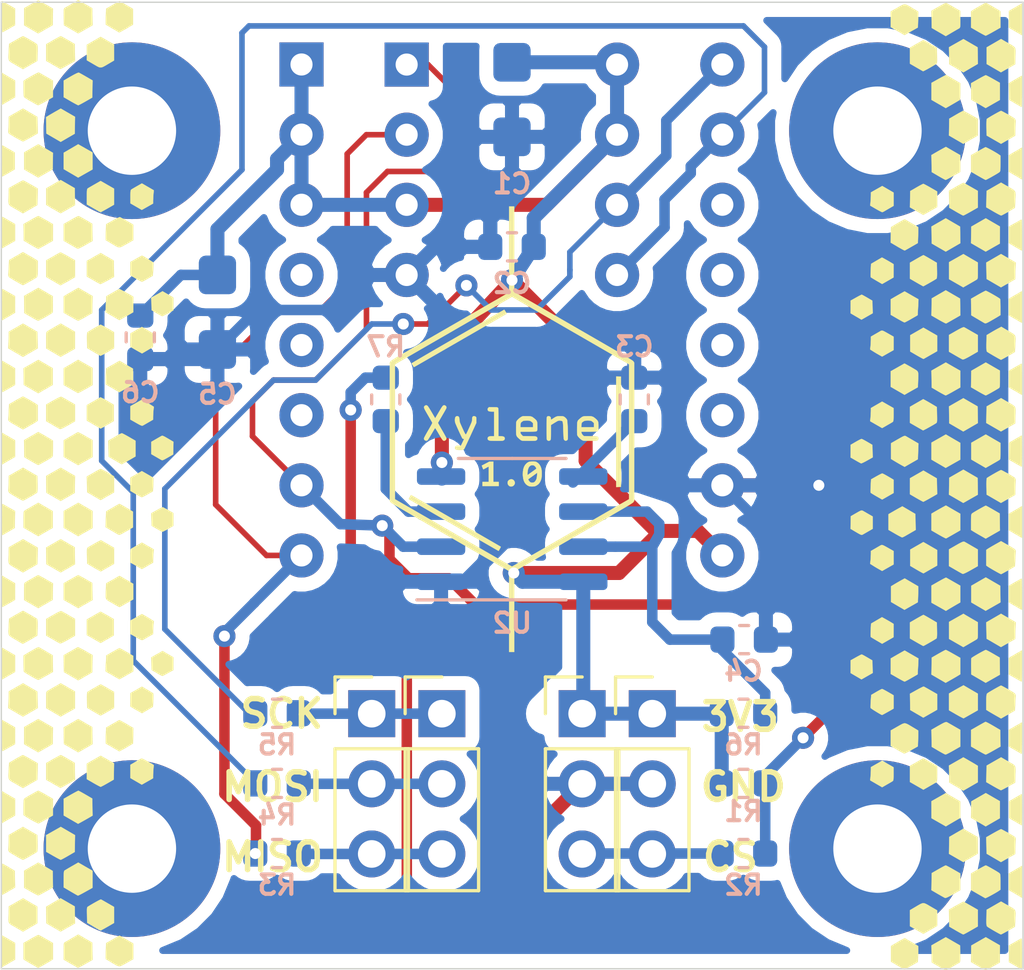
<source format=kicad_pcb>
(kicad_pcb (version 20171130) (host pcbnew "(5.1.6)-1")
  (title_block (title "XYLENE - DIP-8/16 flash adapter") (date 2021-04-26) (rev 1.0) (company "Author: Alicja Musiał"))
  (layers (0 F.Cu signal) (31 B.Cu signal) (34 B.Paste user) (35 F.Paste user hide) (36 B.SilkS user) (37 F.SilkS user) (38 B.Mask user hide) (39 F.Mask user hide) (44 Edge.Cuts user))
  (net 0 "")
  (net 1 GND)
  (net 2 V3V3)
  (net 3 "Net-(C4-Pad1)")
  (net 4 "Net-(D1-Pad2)")
  (net 5 "Net-(C3-Pad2)")
  (net 6 CS)
  (net 7 MISO)
  (net 8 MOSI)
  (net 9 SCK)
  (net 10 "Net-(R7-Pad1)")
  (net 11 "Net-(J1-Pad3)")
  (net 12 "Net-(J1-Pad2)")
  (net 13 "Net-(J1-Pad1)")
  (net 14 "Net-(J2-Pad3)")
  (module ksylen:DIP-16_W15.24mm_without_lines (layer F.Cu) (at 100.141 52.5055)
    (fp_text reference U3 hide)
    (fp_text value DIP-16)
    (pad 16 thru_hole oval (at 15.24 0) (size 1.6 1.6) (drill 0.8) (layers *.Cu *.Mask) (net 9 SCK))
    (pad 15 thru_hole oval (at 15.24 2.54) (size 1.6 1.6) (drill 0.8) (layers *.Cu *.Mask) (net 8 MOSI))
    (pad 14 thru_hole oval (at 15.24 5.08) (size 1.6 1.6) (drill 0.8) (layers *.Cu *.Mask))
    (pad 13 thru_hole oval (at 15.24 7.62) (size 1.6 1.6) (drill 0.8) (layers *.Cu *.Mask))
    (pad 12 thru_hole oval (at 15.24 10.16) (size 1.6 1.6) (drill 0.8) (layers *.Cu *.Mask))
    (pad 8 thru_hole oval (at 0 17.78) (size 1.6 1.6) (drill 0.8) (layers *.Cu *.Mask) (net 7 MISO))
    (pad 11 thru_hole oval (at 15.24 12.7) (size 1.6 1.6) (drill 0.8) (layers *.Cu *.Mask))
    (pad 7 thru_hole oval (at 0 15.24) (size 1.6 1.6) (drill 0.8) (layers *.Cu *.Mask) (net 6 CS))
    (pad 10 thru_hole oval (at 15.24 15.24) (size 1.6 1.6) (drill 0.8) (layers *.Cu *.Mask) (net 1 GND))
    (pad 6 thru_hole oval (at 0 12.7) (size 1.6 1.6) (drill 0.8) (layers *.Cu *.Mask))
    (pad 9 thru_hole oval (at 15.24 17.78) (size 1.6 1.6) (drill 0.8) (layers *.Cu *.Mask) (net 2 V3V3))
    (pad 5 thru_hole oval (at 0 10.16) (size 1.6 1.6) (drill 0.8) (layers *.Cu *.Mask))
    (pad 4 thru_hole oval (at 0 7.62) (size 1.6 1.6) (drill 0.8) (layers *.Cu *.Mask))
    (pad 3 thru_hole oval (at 0 5.08) (size 1.6 1.6) (drill 0.8) (layers *.Cu *.Mask) (net 2 V3V3))
    (pad 2 thru_hole oval (at 0 2.54) (size 1.6 1.6) (drill 0.8) (layers *.Cu *.Mask) (net 2 V3V3))
    (pad 1 thru_hole rect (at 0 0) (size 1.6 1.6) (drill 0.8) (layers *.Cu *.Mask) (net 2 V3V3))
  )
  (module Connector_PinHeader_2.54mm:PinHeader_1x03_P2.54mm_Vertical (layer F.Cu) (at 112.844 76.016)
    (fp_text reference J4 hide)
    (fp_text value Conn1)
    (pad 3 thru_hole oval (at 0 5.08) (size 1.7 1.7) (drill 1) (layers *.Cu *.Mask) (net 14 "Net-(J2-Pad3)"))
    (pad 2 thru_hole oval (at 0 2.54) (size 1.7 1.7) (drill 1) (layers *.Cu *.Mask) (net 1 GND))
    (pad 1 thru_hole rect (at 0 0) (size 1.7 1.7) (drill 1) (layers *.Cu *.Mask) (net 2 V3V3))
  )
  (module Connector_PinHeader_2.54mm:PinHeader_1x03_P2.54mm_Vertical (layer F.Cu) (at 102.684 76.016)
    (fp_text reference J3 hide)
    (fp_text value Conn2)
    (pad 3 thru_hole oval (at 0 5.08) (size 1.7 1.7) (drill 1) (layers *.Cu *.Mask) (net 11 "Net-(J1-Pad3)"))
    (pad 2 thru_hole oval (at 0 2.54) (size 1.7 1.7) (drill 1) (layers *.Cu *.Mask) (net 12 "Net-(J1-Pad2)"))
    (pad 1 thru_hole rect (at 0 0) (size 1.7 1.7) (drill 1) (layers *.Cu *.Mask) (net 13 "Net-(J1-Pad1)"))
  )
  (module Package_SO:SO-8_3.9x4.9mm_P1.27mm (layer B.Cu) (at 107.771 69.3335)
    (fp_text reference U2 (at 0 3.4) (layer B.SilkS) (effects (font (size 0.7 0.7)) (justify mirror)))
    (fp_text value LMC555)
    (pad 8 smd roundrect (at 2.575 1.905) (size 1.75 0.6) (layers B.Cu B.Paste B.Mask) (net 2 V3V3))
    (pad 7 smd roundrect (at 2.575 0.635) (size 1.75 0.6) (layers B.Cu B.Paste B.Mask) (net 3 "Net-(C4-Pad1)"))
    (pad 6 smd roundrect (at 2.575 -0.635) (size 1.75 0.6) (layers B.Cu B.Paste B.Mask) (net 3 "Net-(C4-Pad1)"))
    (pad 5 smd roundrect (at 2.575 -1.905) (size 1.75 0.6) (layers B.Cu B.Paste B.Mask) (net 5 "Net-(C3-Pad2)"))
    (pad 4 smd roundrect (at -2.575 -1.905) (size 1.75 0.6) (layers B.Cu B.Paste B.Mask) (net 2 V3V3))
    (pad 3 smd roundrect (at -2.575 -0.635) (size 1.75 0.6) (layers B.Cu B.Paste B.Mask) (net 10 "Net-(R7-Pad1)"))
    (pad 2 smd roundrect (at -2.575 0.635) (size 1.75 0.6) (layers B.Cu B.Paste B.Mask) (net 6 CS))
    (pad 1 smd roundrect (at -2.575 1.905) (size 1.75 0.6) (layers B.Cu B.Paste B.Mask) (net 1 GND))
  )
  (module ksylen:xylene_pattern (layer F.Cu) (at 95.318 67.746 270)
    (fp_text reference G*** hide)
    (fp_text value LOGO hide)
  )
  (module ksylen:xylene_pattern (layer F.Cu) (at 120.21 67.746 90)
    (fp_text reference G*** hide)
    (fp_text value LOGO hide)
  )
  (module MountingHole:MountingHole_3.2mm_M3_Pad (layer F.Cu) (at 93.99994 54.903)
    (fp_text reference REF** hide)
    (fp_text value MountingHole_3.2mm_M3_Pad)
    (pad 1 thru_hole circle (at 0 0) (size 6.4 6.4) (drill 3.2) (layers *.Cu *.Mask))
  )
  (module MountingHole:MountingHole_3.2mm_M3_Pad (layer F.Cu) (at 93.99994 80.903)
    (fp_text reference REF** hide)
    (fp_text value MountingHole_3.2mm_M3_Pad)
    (pad 1 thru_hole circle (at 0 0) (size 6.4 6.4) (drill 3.2) (layers *.Cu *.Mask))
  )
  (module MountingHole:MountingHole_3.2mm_M3_Pad (layer F.Cu) (at 120.99994 80.903)
    (fp_text reference REF** hide)
    (fp_text value MountingHole_3.2mm_M3_Pad)
    (pad 1 thru_hole circle (at 0 0) (size 6.4 6.4) (drill 3.2) (layers *.Cu *.Mask))
  )
  (module MountingHole:MountingHole_3.2mm_M3_Pad (layer F.Cu) (at 120.99994 54.903)
    (fp_text reference REF** hide)
    (fp_text value MountingHole_3.2mm_M3_Pad)
    (pad 1 thru_hole circle (at 0 0) (size 6.4 6.4) (drill 3.2) (layers *.Cu *.Mask))
  )
  (module ksylen:xylene_logo (layer F.Cu) (at 107.764 65.714)
    (fp_text reference G*** hide)
    (fp_text value LOGO hide)
  )
  (module Connector_PinHeader_2.54mm:PinHeader_1x03_P2.54mm_Vertical (layer F.Cu) (at 110.304 76.016)
    (fp_text reference J2 hide)
    (fp_text value Conn1)
    (pad 3 thru_hole oval (at 0 5.08) (size 1.7 1.7) (drill 1) (layers *.Cu *.Mask) (net 14 "Net-(J2-Pad3)"))
    (pad 2 thru_hole oval (at 0 2.54) (size 1.7 1.7) (drill 1) (layers *.Cu *.Mask) (net 1 GND))
    (pad 1 thru_hole rect (at 0 0) (size 1.7 1.7) (drill 1) (layers *.Cu *.Mask) (net 2 V3V3))
  )
  (module Connector_PinHeader_2.54mm:PinHeader_1x03_P2.54mm_Vertical (layer F.Cu) (at 105.224 76.016)
    (fp_text reference J1 hide)
    (fp_text value Conn2)
    (pad 3 thru_hole oval (at 0 5.08) (size 1.7 1.7) (drill 1) (layers *.Cu *.Mask) (net 11 "Net-(J1-Pad3)"))
    (pad 2 thru_hole oval (at 0 2.54) (size 1.7 1.7) (drill 1) (layers *.Cu *.Mask) (net 12 "Net-(J1-Pad2)"))
    (pad 1 thru_hole rect (at 0 0) (size 1.7 1.7) (drill 1) (layers *.Cu *.Mask) (net 13 "Net-(J1-Pad1)"))
  )
  (module ksylen:DIP-8_W7.62mm_Socket_wihtout_lines (layer F.Cu) (at 103.94892 52.50854)
    (fp_text reference U1 hide)
    (fp_text value DIP-8)
    (pad 1 thru_hole rect (at 0 0) (size 1.6 1.6) (drill 0.8) (layers *.Cu *.Mask) (net 6 CS))
    (pad 5 thru_hole oval (at 7.62 7.62) (size 1.6 1.6) (drill 0.8) (layers *.Cu *.Mask) (net 8 MOSI))
    (pad 2 thru_hole oval (at 0 2.54) (size 1.6 1.6) (drill 0.8) (layers *.Cu *.Mask) (net 7 MISO))
    (pad 6 thru_hole oval (at 7.62 5.08) (size 1.6 1.6) (drill 0.8) (layers *.Cu *.Mask) (net 9 SCK))
    (pad 3 thru_hole oval (at 0 5.08) (size 1.6 1.6) (drill 0.8) (layers *.Cu *.Mask) (net 2 V3V3))
    (pad 7 thru_hole oval (at 7.62 2.54) (size 1.6 1.6) (drill 0.8) (layers *.Cu *.Mask) (net 2 V3V3))
    (pad 4 thru_hole oval (at 0 7.62) (size 1.6 1.6) (drill 0.8) (layers *.Cu *.Mask) (net 1 GND))
    (pad 8 thru_hole oval (at 7.62 0) (size 1.6 1.6) (drill 0.8) (layers *.Cu *.Mask) (net 2 V3V3))
  )
  (module ksylen:CP_EIA-3216-18_Kemet-A (layer B.Cu) (at 97.096 61.476 270)
    (fp_text reference C5 (at 2.968 0) (layer B.SilkS) (effects (font (size 0.7 0.7)) (justify mirror)))
    (fp_text value 10uF)
    (pad 1 smd roundrect (at -1.35 0 270) (size 1.4 1.35) (layers B.Cu B.Paste B.Mask) (roundrect_rratio 0.185185) (net 2 V3V3))
    (pad 2 smd roundrect (at 1.35 0 270) (size 1.4 1.35) (layers B.Cu B.Paste B.Mask) (roundrect_rratio 0.185185) (net 1 GND))
  )
  (module ksylen:CP_EIA-3216-18_Kemet-A (layer B.Cu) (at 107.764 53.776 270)
    (fp_text reference C1 (at 3.048 0) (layer B.SilkS) (effects (font (size 0.7 0.7)) (justify mirror)))
    (fp_text value 10uF)
    (pad 1 smd roundrect (at -1.35 0 270) (size 1.4 1.35) (layers B.Cu B.Paste B.Mask) (roundrect_rratio 0.185185) (net 2 V3V3))
    (pad 2 smd roundrect (at 1.35 0 270) (size 1.4 1.35) (layers B.Cu B.Paste B.Mask) (roundrect_rratio 0.185185) (net 1 GND))
  )
  (module Resistor_SMD:R_0603_1608Metric (layer B.Cu) (at 99.255 76.001)
    (fp_text reference R5 (at 0 1.143) (layer B.SilkS) (effects (font (size 0.7 0.7)) (justify mirror)))
    (fp_text value 47R)
    (pad 2 smd roundrect (at 0.7875 0) (size 0.875 0.95) (layers B.Cu B.Paste B.Mask) (net 13 "Net-(J1-Pad1)"))
    (pad 1 smd roundrect (at -0.7875 0) (size 0.875 0.95) (layers B.Cu B.Paste B.Mask) (net 9 SCK))
  )
  (module Resistor_SMD:R_0603_1608Metric (layer B.Cu) (at 99.255 78.541)
    (fp_text reference R4 (at 0 1.143) (layer B.SilkS) (effects (font (size 0.7 0.7)) (justify mirror)))
    (fp_text value 47R)
    (pad 2 smd roundrect (at 0.7875 0) (size 0.875 0.95) (layers B.Cu B.Paste B.Mask) (net 12 "Net-(J1-Pad2)"))
    (pad 1 smd roundrect (at -0.7875 0) (size 0.875 0.95) (layers B.Cu B.Paste B.Mask) (net 8 MOSI))
  )
  (module Resistor_SMD:R_0603_1608Metric (layer B.Cu) (at 99.255 81.081)
    (fp_text reference R3 (at 0 1.143) (layer B.SilkS) (effects (font (size 0.7 0.7)) (justify mirror)))
    (fp_text value 47R)
    (pad 2 smd roundrect (at 0.7875 0) (size 0.875 0.95) (layers B.Cu B.Paste B.Mask) (net 11 "Net-(J1-Pad3)"))
    (pad 1 smd roundrect (at -0.7875 0) (size 0.875 0.95) (layers B.Cu B.Paste B.Mask) (net 7 MISO))
  )
  (module Resistor_SMD:R_0603_1608Metric (layer B.Cu) (at 116.146 81.081 180)
    (fp_text reference R2 (at 0 -1.143 180) (layer B.SilkS) (effects (font (size 0.7 0.7)) (justify mirror)))
    (fp_text value 47R)
    (pad 2 smd roundrect (at 0.7875 0 180) (size 0.875 0.95) (layers B.Cu B.Paste B.Mask) (net 14 "Net-(J2-Pad3)"))
    (pad 1 smd roundrect (at -0.7875 0 180) (size 0.875 0.95) (layers B.Cu B.Paste B.Mask) (net 6 CS))
  )
  (module Capacitor_SMD:C_0603_1608Metric (layer B.Cu) (at 94.302 62.3865 90)
    (fp_text reference C6 (at -2 0 180) (layer B.SilkS) (effects (font (size 0.7 0.7)) (justify mirror)))
    (fp_text value 100nF)
    (pad 2 smd roundrect (at 0.7875 0 90) (size 0.875 0.95) (layers B.Cu B.Paste B.Mask) (net 2 V3V3))
    (pad 1 smd roundrect (at -0.7875 0 90) (size 0.875 0.95) (layers B.Cu B.Paste B.Mask) (net 1 GND))
  )
  (module Capacitor_SMD:C_0603_1608Metric (layer B.Cu) (at 107.764 59.11)
    (fp_text reference C2 (at 0 1.324) (layer B.SilkS) (effects (font (size 0.7 0.7)) (justify mirror)))
    (fp_text value 100nF)
    (pad 2 smd roundrect (at 0.7875 0) (size 0.875 0.95) (layers B.Cu B.Paste B.Mask) (net 2 V3V3))
    (pad 1 smd roundrect (at -0.7875 0) (size 0.875 0.95) (layers B.Cu B.Paste B.Mask) (net 1 GND))
  )
  (module LED_SMD:LED_0805_2012Metric (layer F.Cu) (at 107.764 83.9385 180)
    (fp_text reference D1 hide)
    (fp_text value LED)
    (pad 2 smd roundrect (at 0.9375 0 180) (size 0.975 1.4) (layers F.Cu F.Paste F.Mask) (net 4 "Net-(D1-Pad2)"))
    (pad 1 smd roundrect (at -0.9375 0 180) (size 0.975 1.4) (layers F.Cu F.Paste F.Mask) (net 1 GND))
  )
  (module Resistor_SMD:R_0603_1608Metric (layer B.Cu) (at 116.146 76.001)
    (fp_text reference R6 (at 0 1.143) (layer B.SilkS) (effects (font (size 0.7 0.7)) (justify mirror)))
    (fp_text value 1M)
    (pad 2 smd roundrect (at 0.7875 0) (size 0.875 0.95) (layers B.Cu B.Paste B.Mask) (net 3 "Net-(C4-Pad1)"))
    (pad 1 smd roundrect (at -0.7875 0) (size 0.875 0.95) (layers B.Cu B.Paste B.Mask) (net 2 V3V3))
  )
  (module Resistor_SMD:R_0603_1608Metric (layer B.Cu) (at 103.192 64.6345 90)
    (fp_text reference R7 (at 1.905 0 180) (layer B.SilkS) (effects (font (size 0.7 0.7)) (justify mirror)))
    (fp_text value 330R)
    (pad 2 smd roundrect (at 0.7875 0 90) (size 0.875 0.95) (layers B.Cu B.Paste B.Mask) (net 4 "Net-(D1-Pad2)"))
    (pad 1 smd roundrect (at -0.7875 0 90) (size 0.875 0.95) (layers B.Cu B.Paste B.Mask) (net 10 "Net-(R7-Pad1)"))
  )
  (module Resistor_SMD:R_0603_1608Metric (layer B.Cu) (at 116.146 78.541)
    (fp_text reference R1 (at 0 1.016) (layer B.SilkS) (effects (font (size 0.7 0.7)) (justify mirror)))
    (fp_text value 1.5K)
    (pad 2 smd roundrect (at 0.7875 0) (size 0.875 0.95) (layers B.Cu B.Paste B.Mask) (net 6 CS))
    (pad 1 smd roundrect (at -0.7875 0) (size 0.875 0.95) (layers B.Cu B.Paste B.Mask) (net 2 V3V3))
  )
  (module Capacitor_SMD:C_0603_1608Metric (layer B.Cu) (at 116.1715 73.334)
    (fp_text reference C4 (at -0.0255 1.143) (layer B.SilkS) (effects (font (size 0.7 0.7)) (justify mirror)))
    (fp_text value 100nF)
    (pad 2 smd roundrect (at 0.7875 0) (size 0.875 0.95) (layers B.Cu B.Paste B.Mask) (net 1 GND))
    (pad 1 smd roundrect (at -0.7875 0) (size 0.875 0.95) (layers B.Cu B.Paste B.Mask) (net 3 "Net-(C4-Pad1)"))
  )
  (module Capacitor_SMD:C_0603_1608Metric (layer B.Cu) (at 112.192 64.6345 270)
    (fp_text reference C3 (at -1.905 0 180) (layer B.SilkS) (effects (font (size 0.7 0.7)) (justify mirror)))
    (fp_text value 10nF)
    (pad 2 smd roundrect (at 0.7875 0 270) (size 0.875 0.95) (layers B.Cu B.Paste B.Mask) (net 5 "Net-(C3-Pad2)"))
    (pad 1 smd roundrect (at -0.7875 0 270) (size 0.875 0.95) (layers B.Cu B.Paste B.Mask) (net 1 GND))
  )
  (gr_text GND (at 117.797 78.668) (layer F.SilkS) (effects (font (size 1 1) (thickness 0.2)) (justify right)))
  (gr_text 3V3 (at 117.543 76.128) (layer F.SilkS) (effects (font (size 1 1) (thickness 0.2)) (justify right)))
  (gr_line (start 89.271 50.2515) (end 89.271 85.2515) (layer Edge.Cuts) (width 0.05))
  (gr_line (start 126.271 50.2515) (end 89.271 50.2515) (layer Edge.Cuts) (width 0.05))
  (gr_line (start 126.271 85.2515) (end 126.271 50.2515) (layer Edge.Cuts) (width 0.05))
  (gr_line (start 89.271 85.2515) (end 126.271 85.2515) (layer Edge.Cuts) (width 0.05))
  (gr_text SCK (at 101.033 76.016) (layer F.SilkS) (effects (font (size 1 1) (thickness 0.2)) (justify right)))
  (gr_text MOSI (at 101.033 78.668) (layer F.SilkS) (effects (font (size 1 1) (thickness 0.2)) (justify right)))
  (gr_text CS (at 116.781 81.208) (layer F.SilkS) (effects (font (size 1 1) (thickness 0.2)) (justify right)))
  (gr_text "MISO\n" (at 101.033 81.208) (layer F.SilkS) (effects (font (size 1 1) (thickness 0.2)) (justify right)))
  (segment (start 110.393 63.847) (end 112.192 63.847) (width 0.508) (layer B.Cu) (net 1))
  (segment (start 108.018 66.222) (end 110.393 63.847) (width 0.508) (layer B.Cu) (net 1))
  (segment (start 106.494 62.67362) (end 103.94892 60.12854) (width 0.508) (layer B.Cu) (net 1))
  (segment (start 108.018 66.222) (end 106.494 65.206) (width 0.508) (layer B.Cu) (net 1))
  (segment (start 106.494 65.206) (end 106.494 62.67362) (width 0.508) (layer B.Cu) (net 1))
  (segment (start 104.96746 59.11) (end 103.94892 60.12854) (width 0.508) (layer B.Cu) (net 1))
  (segment (start 106.9765 59.11) (end 104.96746 59.11) (width 0.508) (layer B.Cu) (net 1))
  (segment (start 107.764 55.126) (end 107.764 56.316) (width 0.508) (layer B.Cu) (net 1))
  (segment (start 106.9765 57.1035) (end 106.9765 59.11) (width 0.508) (layer B.Cu) (net 1))
  (segment (start 107.764 56.316) (end 106.9765 57.1035) (width 0.508) (layer B.Cu) (net 1))
  (segment (start 96.748 63.174) (end 97.096 62.826) (width 0.508) (layer B.Cu) (net 1))
  (segment (start 94.302 63.174) (end 96.748 63.174) (width 0.508) (layer B.Cu) (net 1))
  (segment (start 115.381 67.7455) (end 118.876 67.7455) (width 0.508) (layer F.Cu) (net 1))
  (via (at 118.876 67.7455) (size 0.8) (drill 0.4) (layers F.Cu B.Cu) (net 1))
  (segment (start 108.018 69.27) (end 108.018 66.222) (width 0.508) (layer B.Cu) (net 1))
  (segment (start 105.196 71.2385) (end 106.0495 71.2385) (width 0.508) (layer B.Cu) (net 1))
  (segment (start 106.0495 71.2385) (end 108.018 69.27) (width 0.508) (layer B.Cu) (net 1))
  (segment (start 110.304 78.556) (end 112.844 78.556) (width 0.508) (layer F.Cu) (net 1))
  (segment (start 116.959 69.3235) (end 115.381 67.7455) (width 0.381) (layer B.Cu) (net 1))
  (segment (start 116.959 73.334) (end 116.959 69.3235) (width 0.381) (layer B.Cu) (net 1))
  (segment (start 118.876 67.7455) (end 118.8765 67.746) (width 0.508) (layer F.Cu) (net 1))
  (segment (start 108.7015 83.9385) (end 108.7015 82.5265) (width 0.508) (layer F.Cu) (net 1))
  (segment (start 108.7015 82.5265) (end 108.272 82.097) (width 0.508) (layer F.Cu) (net 1))
  (segment (start 108.272 80.588) (end 110.304 78.556) (width 0.508) (layer F.Cu) (net 1))
  (segment (start 108.272 82.097) (end 108.272 80.588) (width 0.508) (layer F.Cu) (net 1))
  (segment (start 103.94892 60.12854) (end 102.42746 60.12854) (width 0.381) (layer B.Cu) (net 1))
  (segment (start 102.42746 60.12854) (end 101.16 61.396) (width 0.381) (layer B.Cu) (net 1))
  (segment (start 98.526 61.396) (end 97.096 62.826) (width 0.381) (layer B.Cu) (net 1))
  (segment (start 101.16 61.396) (end 98.526 61.396) (width 0.381) (layer B.Cu) (net 1))
  (segment (start 95.775 60.126) (end 94.302 61.599) (width 0.381) (layer B.Cu) (net 2))
  (segment (start 97.096 60.126) (end 95.775 60.126) (width 0.381) (layer B.Cu) (net 2))
  (segment (start 112.8035 76.016) (end 112.8185 76.001) (width 0.508) (layer B.Cu) (net 2))
  (segment (start 111.48638 52.426) (end 111.56892 52.50854) (width 0.508) (layer B.Cu) (net 2))
  (segment (start 107.764 52.426) (end 111.48638 52.426) (width 0.508) (layer B.Cu) (net 2))
  (segment (start 111.56892 55.04854) (end 111.56892 52.50854) (width 0.508) (layer B.Cu) (net 2))
  (segment (start 108.5515 58.06596) (end 111.56892 55.04854) (width 0.508) (layer B.Cu) (net 2))
  (segment (start 108.5515 59.11) (end 108.5515 58.06596) (width 0.508) (layer B.Cu) (net 2))
  (segment (start 99.8905 55.0455) (end 100.141 55.0455) (width 0.381) (layer B.Cu) (net 2))
  (segment (start 97.1595 60.0625) (end 97.096 60.126) (width 0.508) (layer B.Cu) (net 2))
  (segment (start 100.141 57.5855) (end 100.141 55.0455) (width 0.508) (layer B.Cu) (net 2))
  (segment (start 100.141 55.0455) (end 100.141 52.5055) (width 0.508) (layer B.Cu) (net 2))
  (segment (start 100.14404 57.58854) (end 100.141 57.5855) (width 0.508) (layer B.Cu) (net 2))
  (segment (start 103.94892 57.58854) (end 100.14404 57.58854) (width 0.508) (layer B.Cu) (net 2))
  (segment (start 109.02892 57.58854) (end 111.56892 55.04854) (width 0.508) (layer F.Cu) (net 2))
  (segment (start 103.94892 57.58854) (end 109.02892 57.58854) (width 0.508) (layer F.Cu) (net 2))
  (via (at 107.8275 70.921) (size 0.8) (drill 0.4) (layers F.Cu B.Cu) (net 2))
  (segment (start 111.0685 70.921) (end 107.8275 70.921) (width 0.508) (layer F.Cu) (net 2))
  (segment (start 105.224 66.9205) (end 105.224 67.5035) (width 0.508) (layer B.Cu) (net 2))
  (via (at 105.224 66.9205) (size 0.8) (drill 0.4) (layers F.Cu B.Cu) (net 2))
  (segment (start 105.224 63.03635) (end 105.224 66.9205) (width 0.508) (layer F.Cu) (net 2))
  (segment (start 107.764 60.3165) (end 105.224 63.03635) (width 0.508) (layer F.Cu) (net 2))
  (segment (start 108.5515 59.11) (end 107.764 60.3165) (width 0.508) (layer B.Cu) (net 2))
  (via (at 107.764 60.3165) (size 0.8) (drill 0.4) (layers F.Cu B.Cu) (net 2))
  (segment (start 107.764 60.3165) (end 110.431 62.9835) (width 0.508) (layer F.Cu) (net 2))
  (segment (start 110.431 62.9835) (end 110.431 66.857) (width 0.508) (layer F.Cu) (net 2))
  (segment (start 110.431 66.857) (end 112.971 69.397) (width 0.508) (layer F.Cu) (net 2))
  (segment (start 114.4925 69.397) (end 115.381 70.2855) (width 0.508) (layer F.Cu) (net 2))
  (segment (start 112.971 69.397) (end 114.4925 69.397) (width 0.508) (layer F.Cu) (net 2))
  (segment (start 112.971 69.397) (end 112.971 69.5875) (width 0.508) (layer F.Cu) (net 2))
  (segment (start 111.6375 70.921) (end 111.0685 70.921) (width 0.508) (layer F.Cu) (net 2))
  (segment (start 112.971 69.5875) (end 111.6375 70.921) (width 0.508) (layer F.Cu) (net 2))
  (segment (start 108.145 71.2385) (end 107.8275 70.921) (width 0.508) (layer B.Cu) (net 2))
  (segment (start 110.346 71.2385) (end 108.145 71.2385) (width 0.508) (layer B.Cu) (net 2))
  (segment (start 115.3435 76.016) (end 115.3585 76.001) (width 0.508) (layer B.Cu) (net 2))
  (segment (start 112.844 76.016) (end 115.3435 76.016) (width 0.508) (layer B.Cu) (net 2))
  (segment (start 115.3585 76.001) (end 115.3585 78.541) (width 0.508) (layer B.Cu) (net 2))
  (segment (start 100.141 55.0455) (end 99.255 55.9315) (width 0.508) (layer B.Cu) (net 2))
  (segment (start 99.255 55.9315) (end 99.255 56.316) (width 0.508) (layer B.Cu) (net 2))
  (segment (start 97.096 58.475) (end 97.096 60.126) (width 0.508) (layer B.Cu) (net 2))
  (segment (start 99.255 56.316) (end 97.096 58.475) (width 0.508) (layer B.Cu) (net 2))
  (segment (start 110.346 75.974) (end 110.304 76.016) (width 0.508) (layer B.Cu) (net 2))
  (segment (start 110.346 71.2385) (end 110.346 75.974) (width 0.508) (layer B.Cu) (net 2))
  (segment (start 112.844 76.016) (end 110.304 76.016) (width 0.508) (layer B.Cu) (net 2))
  (segment (start 111.5105 69.9685) (end 110.346 69.9685) (width 0.381) (layer B.Cu) (net 3))
  (segment (start 112.844 69.9685) (end 111.5105 69.9685) (width 0.381) (layer B.Cu) (net 3))
  (segment (start 110.4095 68.762) (end 110.346 68.6985) (width 0.381) (layer B.Cu) (net 3))
  (segment (start 112.844 69.9685) (end 112.844 72.699) (width 0.381) (layer B.Cu) (net 3))
  (segment (start 113.479 73.334) (end 115.384 73.334) (width 0.381) (layer B.Cu) (net 3))
  (segment (start 112.844 72.699) (end 113.479 73.334) (width 0.381) (layer B.Cu) (net 3))
  (segment (start 115.384 73.334) (end 115.384 73.715) (width 0.381) (layer B.Cu) (net 3))
  (segment (start 116.9335 75.2645) (end 116.9335 76.001) (width 0.381) (layer B.Cu) (net 3))
  (segment (start 115.384 73.715) (end 116.9335 75.2645) (width 0.381) (layer B.Cu) (net 3))
  (segment (start 112.844 69.9685) (end 113.098 69.524) (width 0.381) (layer B.Cu) (net 3))
  (segment (start 113.098 69.524) (end 113.098 69.143) (width 0.381) (layer B.Cu) (net 3))
  (segment (start 112.6535 68.6985) (end 113.098 69.143) (width 0.381) (layer B.Cu) (net 3))
  (segment (start 110.346 68.6985) (end 112.6535 68.6985) (width 0.381) (layer B.Cu) (net 3))
  (segment (start 103.3445 63.9995) (end 103.192 63.847) (width 0.508) (layer B.Cu) (net 4))
  (segment (start 103.954 82.605) (end 105.097 83.748) (width 0.381) (layer F.Cu) (net 4))
  (segment (start 103.954 82.605) (end 103.954 74.223) (width 0.381) (layer F.Cu) (net 4))
  (segment (start 103.954 74.223) (end 103.954 73.6515) (width 0.381) (layer F.Cu) (net 4))
  (segment (start 103.954 73.6515) (end 101.922 71.6195) (width 0.381) (layer F.Cu) (net 4))
  (via (at 101.922 65.0155) (size 0.8) (drill 0.4) (layers F.Cu B.Cu) (net 4))
  (segment (start 101.922 71.6195) (end 101.922 65.0155) (width 0.381) (layer F.Cu) (net 4))
  (segment (start 101.922 65.0155) (end 101.922 64.3805) (width 0.381) (layer B.Cu) (net 4))
  (segment (start 102.4555 63.847) (end 103.192 63.847) (width 0.381) (layer B.Cu) (net 4))
  (segment (start 101.922 64.3805) (end 102.4555 63.847) (width 0.381) (layer B.Cu) (net 4))
  (segment (start 105.097 83.748) (end 106.8265 83.748) (width 0.381) (layer F.Cu) (net 4))
  (segment (start 109.971 67.643) (end 112.192 65.422) (width 0.381) (layer B.Cu) (net 5))
  (segment (start 104.71854 52.50854) (end 103.94892 52.50854) (width 0.2032) (layer F.Cu) (net 6))
  (segment (start 99.128 63.936) (end 100.652 63.936) (width 0.2032) (layer F.Cu) (net 6))
  (segment (start 103.2555 56.3795) (end 104.97 56.3795) (width 0.2032) (layer F.Cu) (net 6))
  (segment (start 98.366 64.698) (end 99.128 63.936) (width 0.2032) (layer F.Cu) (net 6))
  (segment (start 105.732 53.522) (end 104.71854 52.50854) (width 0.2032) (layer F.Cu) (net 6))
  (segment (start 100.652 63.936) (end 102.4935 62.0945) (width 0.2032) (layer F.Cu) (net 6))
  (segment (start 105.732 55.6175) (end 105.732 53.522) (width 0.2032) (layer F.Cu) (net 6))
  (segment (start 100.141 67.7455) (end 98.366 65.9705) (width 0.2032) (layer F.Cu) (net 6))
  (segment (start 98.366 65.9705) (end 98.366 64.698) (width 0.2032) (layer F.Cu) (net 6))
  (segment (start 102.4935 62.0945) (end 102.4935 57.1415) (width 0.2032) (layer F.Cu) (net 6))
  (segment (start 102.4935 57.1415) (end 103.2555 56.3795) (width 0.2032) (layer F.Cu) (net 6))
  (segment (start 104.97 56.3795) (end 105.732 55.6175) (width 0.2032) (layer F.Cu) (net 6))
  (segment (start 101.546 69.1505) (end 100.141 67.7455) (width 0.381) (layer B.Cu) (net 6))
  (segment (start 103.065 69.2065) (end 101.546 69.1505) (width 0.381) (layer B.Cu) (net 6))
  (segment (start 106.4305 72.064) (end 116.4635 72.064) (width 0.381) (layer F.Cu) (net 6))
  (via (at 103.065 69.2065) (size 0.8) (drill 0.4) (layers F.Cu B.Cu) (net 6))
  (segment (start 104.0175 71.1115) (end 105.478 71.1115) (width 0.381) (layer F.Cu) (net 6))
  (segment (start 105.478 71.1115) (end 106.4305 72.064) (width 0.381) (layer F.Cu) (net 6))
  (segment (start 103.3265 70.4205) (end 104.0175 71.1115) (width 0.381) (layer F.Cu) (net 6))
  (segment (start 103.3265 69.468) (end 103.065 69.2065) (width 0.381) (layer F.Cu) (net 6))
  (segment (start 103.3265 70.4205) (end 103.3265 69.468) (width 0.381) (layer F.Cu) (net 6))
  (segment (start 103.827 69.9685) (end 103.065 69.2065) (width 0.381) (layer B.Cu) (net 6))
  (segment (start 105.196 69.9685) (end 103.827 69.9685) (width 0.381) (layer B.Cu) (net 6))
  (segment (start 116.9335 78.541) (end 116.9335 81.081) (width 0.381) (layer B.Cu) (net 6))
  (segment (start 116.4635 72.064) (end 117.67 72.064) (width 0.381) (layer F.Cu) (net 6))
  (segment (start 117.67 72.064) (end 119.067 73.461) (width 0.381) (layer F.Cu) (net 6))
  (via (at 118.305 76.89) (size 0.8) (drill 0.4) (layers F.Cu B.Cu) (net 6))
  (segment (start 119.067 73.461) (end 119.067 76.128) (width 0.381) (layer F.Cu) (net 6))
  (segment (start 119.067 76.128) (end 118.305 76.89) (width 0.381) (layer F.Cu) (net 6))
  (segment (start 116.9335 78.2615) (end 118.305 76.89) (width 0.381) (layer B.Cu) (net 6))
  (segment (start 116.9335 78.541) (end 116.9335 78.2615) (width 0.381) (layer B.Cu) (net 6))
  (segment (start 98.4295 71.997) (end 100.141 70.2855) (width 0.381) (layer B.Cu) (net 7))
  (segment (start 98.8735 70.2855) (end 97.0325 68.4445) (width 0.2032) (layer F.Cu) (net 7))
  (segment (start 101.795 60.4435) (end 101.795 55.7445) (width 0.2032) (layer F.Cu) (net 7))
  (segment (start 100.141 70.2855) (end 98.8735 70.2855) (width 0.2032) (layer F.Cu) (net 7))
  (segment (start 101.795 55.7445) (end 102.49096 55.04854) (width 0.2032) (layer F.Cu) (net 7))
  (segment (start 97.0325 68.4445) (end 97.0325 63.682) (width 0.2032) (layer F.Cu) (net 7))
  (segment (start 97.0325 63.682) (end 99.3185 61.396) (width 0.2032) (layer F.Cu) (net 7))
  (segment (start 102.49096 55.04854) (end 103.94892 55.04854) (width 0.2032) (layer F.Cu) (net 7))
  (segment (start 100.8425 61.396) (end 101.795 60.4435) (width 0.2032) (layer F.Cu) (net 7))
  (segment (start 99.3185 61.396) (end 100.8425 61.396) (width 0.2032) (layer F.Cu) (net 7))
  (segment (start 98.4295 71.997) (end 98.4295 72.0005) (width 0.381) (layer B.Cu) (net 7))
  (via (at 97.35 73.207) (size 0.8) (drill 0.4) (layers F.Cu B.Cu) (net 7))
  (segment (start 98.4295 72.0005) (end 97.35 73.08) (width 0.381) (layer B.Cu) (net 7))
  (segment (start 97.35 73.08) (end 97.35 73.207) (width 0.381) (layer B.Cu) (net 7))
  (segment (start 98.493 80.065) (end 98.493 81.0555) (width 0.381) (layer F.Cu) (net 7))
  (segment (start 97.35 78.922) (end 98.493 80.065) (width 0.381) (layer F.Cu) (net 7))
  (segment (start 98.493 81.0555) (end 98.4675 81.081) (width 0.381) (layer F.Cu) (net 7))
  (segment (start 97.35 73.207) (end 97.35 78.922) (width 0.381) (layer F.Cu) (net 7))
  (via (at 98.4675 81.081) (size 0.8) (drill 0.4) (layers F.Cu B.Cu) (net 7))
  (segment (start 114.238099 56.188401) (end 114.238099 56.445901) (width 0.381) (layer B.Cu) (net 8))
  (segment (start 115.381 55.0455) (end 114.238099 56.188401) (width 0.381) (layer B.Cu) (net 8))
  (segment (start 114.238099 56.445901) (end 113.2885 57.3955) (width 0.381) (layer B.Cu) (net 8))
  (segment (start 113.2885 58.40896) (end 111.56892 60.12854) (width 0.381) (layer B.Cu) (net 8))
  (segment (start 113.2885 57.3955) (end 113.2885 58.40896) (width 0.381) (layer B.Cu) (net 8))
  (segment (start 98.4675 78.5155) (end 98.4675 78.541) (width 0.2032) (layer B.Cu) (net 8))
  (segment (start 98.239 51.109) (end 97.985 51.363) (width 0.2032) (layer B.Cu) (net 8))
  (segment (start 116.146 51.109) (end 98.239 51.109) (width 0.2032) (layer B.Cu) (net 8))
  (segment (start 116.908 51.871) (end 116.146 51.109) (width 0.2032) (layer B.Cu) (net 8))
  (segment (start 115.381 55.0455) (end 116.908 53.5185) (width 0.2032) (layer B.Cu) (net 8))
  (segment (start 116.908 53.5185) (end 116.908 51.871) (width 0.2032) (layer B.Cu) (net 8))
  (segment (start 97.985 51.363) (end 97.985 56.316) (width 0.2032) (layer B.Cu) (net 8))
  (segment (start 97.985 56.316) (end 92.905 61.396) (width 0.2032) (layer B.Cu) (net 8))
  (segment (start 92.905 61.396) (end 92.905 66.857) (width 0.2032) (layer B.Cu) (net 8))
  (segment (start 92.905 66.857) (end 94.048 68) (width 0.2032) (layer B.Cu) (net 8))
  (segment (start 94.048 68) (end 94.048 74.096) (width 0.2032) (layer B.Cu) (net 8))
  (segment (start 94.048 74.096) (end 98.4675 78.5155) (width 0.2032) (layer B.Cu) (net 8))
  (segment (start 115.381 52.5055) (end 113.352 54.5345) (width 0.381) (layer B.Cu) (net 9))
  (segment (start 113.352 55.80546) (end 111.56892 57.58854) (width 0.381) (layer B.Cu) (net 9))
  (segment (start 113.352 54.5345) (end 113.352 55.80546) (width 0.381) (layer B.Cu) (net 9))
  (segment (start 111.56892 57.58854) (end 109.8595 59.29796) (width 0.2032) (layer B.Cu) (net 9))
  (segment (start 98.4675 76.001) (end 98.239 76.001) (width 0.2032) (layer B.Cu) (net 9))
  (segment (start 98.239 76.001) (end 95.191 72.953) (width 0.2032) (layer B.Cu) (net 9))
  (segment (start 95.191 72.953) (end 95.191 67.873) (width 0.2032) (layer B.Cu) (net 9))
  (segment (start 95.191 67.873) (end 99.128 63.936) (width 0.2032) (layer B.Cu) (net 9))
  (segment (start 99.128 63.936) (end 100.652 63.936) (width 0.2032) (layer B.Cu) (net 9))
  (segment (start 100.652 63.936) (end 102.684 61.904) (width 0.2032) (layer B.Cu) (net 9))
  (via (at 103.827 61.904) (size 0.8) (drill 0.4) (layers F.Cu B.Cu) (net 9))
  (segment (start 102.684 61.904) (end 103.827 61.904) (width 0.2032) (layer B.Cu) (net 9))
  (segment (start 103.827 61.904) (end 104.716 61.904) (width 0.2032) (layer F.Cu) (net 9))
  (via (at 106.113 60.507) (size 0.8) (drill 0.4) (layers F.Cu B.Cu) (net 9))
  (segment (start 104.716 61.904) (end 106.113 60.507) (width 0.2032) (layer F.Cu) (net 9))
  (segment (start 106.113 60.507) (end 107.002 61.396) (width 0.2032) (layer B.Cu) (net 9))
  (segment (start 107.002 61.396) (end 108.653 61.396) (width 0.2032) (layer B.Cu) (net 9))
  (segment (start 109.8595 60.1895) (end 109.8595 59.9355) (width 0.2032) (layer B.Cu) (net 9))
  (segment (start 108.653 61.396) (end 109.8595 60.1895) (width 0.2032) (layer B.Cu) (net 9))
  (segment (start 109.8595 59.29796) (end 109.8595 59.9355) (width 0.2032) (layer B.Cu) (net 9))
  (segment (start 109.8595 59.9355) (end 109.8595 59.979042) (width 0.2032) (layer B.Cu) (net 9))
  (segment (start 103.192 67.873) (end 103.192 65.422) (width 0.381) (layer B.Cu) (net 10))
  (segment (start 104.0175 68.6985) (end 103.192 67.873) (width 0.381) (layer B.Cu) (net 10))
  (segment (start 105.196 68.6985) (end 104.0175 68.6985) (width 0.381) (layer B.Cu) (net 10))
  (segment (start 105.224 81.096) (end 102.684 81.096) (width 0.381) (layer B.Cu) (net 11))
  (segment (start 100.0575 81.096) (end 100.0425 81.081) (width 0.381) (layer B.Cu) (net 11))
  (segment (start 102.684 81.096) (end 100.0575 81.096) (width 0.381) (layer B.Cu) (net 11))
  (segment (start 105.224 78.556) (end 102.684 78.556) (width 0.381) (layer B.Cu) (net 12))
  (segment (start 100.0575 78.556) (end 100.0425 78.541) (width 0.381) (layer B.Cu) (net 12))
  (segment (start 102.684 78.556) (end 100.0575 78.556) (width 0.381) (layer B.Cu) (net 12))
  (segment (start 102.049 75.4675) (end 102.5825 76.001) (width 0.2032) (layer B.Cu) (net 13))
  (segment (start 102.5975 76.016) (end 102.5825 76.001) (width 0.2032) (layer B.Cu) (net 13))
  (segment (start 105.224 76.016) (end 102.684 76.016) (width 0.381) (layer B.Cu) (net 13))
  (segment (start 100.0575 76.016) (end 100.0425 76.001) (width 0.381) (layer B.Cu) (net 13))
  (segment (start 102.684 76.016) (end 100.0575 76.016) (width 0.381) (layer B.Cu) (net 13))
  (segment (start 112.8035 81.096) (end 112.8185 81.081) (width 0.381) (layer B.Cu) (net 14))
  (segment (start 110.319 81.081) (end 110.304 81.096) (width 0.381) (layer B.Cu) (net 14))
  (segment (start 115.3585 81.081) (end 110.319 81.081) (width 0.381) (layer B.Cu) (net 14))
  (zone (net 1) (net_name GND) (layer B.Cu) (connect_pads (clearance 0.508)) (min_thickness 0.254) (fill yes (arc_segments 32) (thermal_gap 0.508) (thermal_bridge_width 0.508))
    (polygon (pts (xy 126.306 85.272) (xy 89.222 85.272) (xy 89.222 50.22) (xy 126.306 50.22)))
  )
)
</source>
